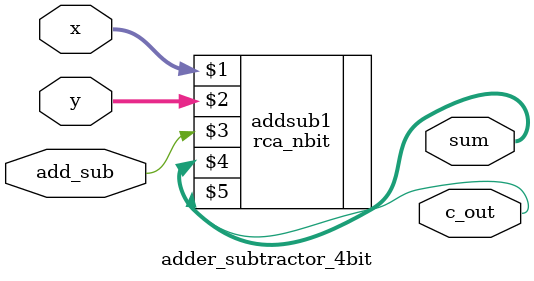
<source format=v>
`timescale 1ns / 1ps

// Author : Venu Pabbuleti 
// ID     : N180116
//Branch  : ECE
//Project : RTL design using Verilog
//Design  : Adder and Subtractor
//Module  : adder_subtractor_4bit
//RGUKT NUZVID 
//////////////////////////////////////////////////////////////////////////////////


module adder_subtractor_4bit(x,y,add_sub,sum,c_out);
input [3:0]x,y;
input add_sub;
output [3:0]sum;
output c_out;

wire  [3:0]xored_y;


assign xored_y[0] = y[0] ^ add_sub;
assign xored_y[1] = y[1] ^ add_sub;
assign xored_y[2] = y[2] ^ add_sub;
assign xored_y[3] = y[3] ^ add_sub;

rca_nbit addsub1 (x,y,add_sub,sum,c_out);

endmodule
</source>
